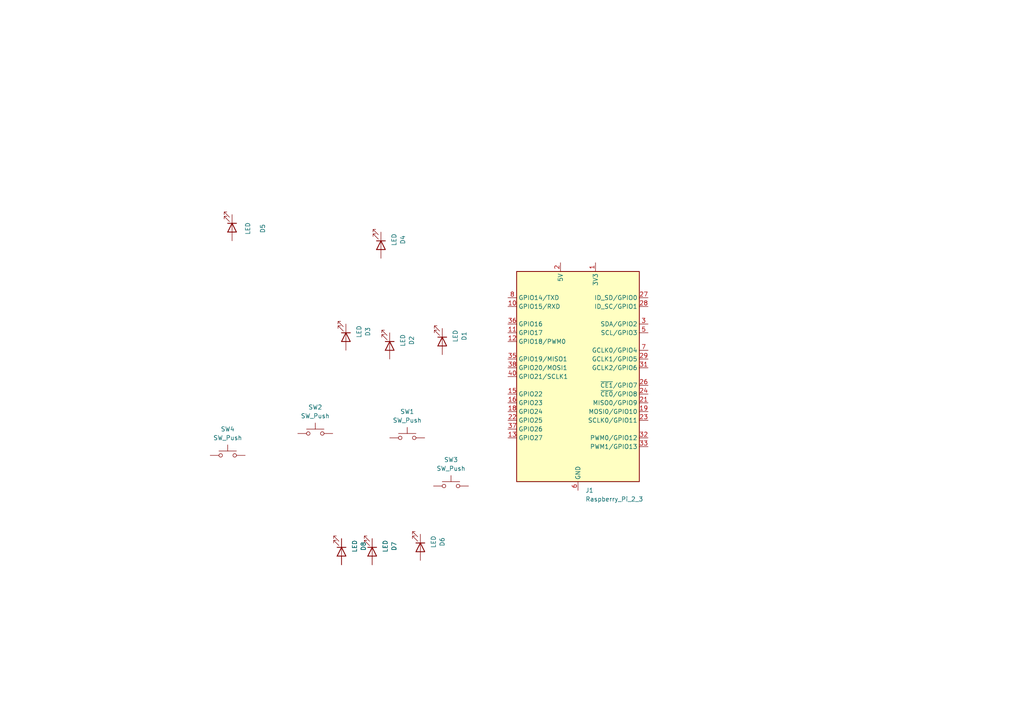
<source format=kicad_sch>
(kicad_sch (version 20250114) (generator "eeschema") (generator_version "9.0")
  (paper "A4")
  (title_block (title "LEDs and buttons PCB"))
  (lib_symbols
    (symbol "Connector:Raspberry_Pi_2_3"
      (property "Reference" "J" (at -17.78 31.75 0))
      (property "Value" "Raspberry_Pi_2_3" (at 10.16 -31.75 0))
      (symbol "Raspberry_Pi_2_3_0_1"
        (rectangle (start -17.78 30.48) (end 17.78 -30.48) (stroke (width 0.254)) (fill (type background)))
      )
      (symbol "Raspberry_Pi_2_3_1_1"
        (pin bidirectional line (at -20.32 22.86 0) (length 2.54) (name "GPIO14/TXD") (number "8"))
        (pin bidirectional line (at -20.32 20.32 0) (length 2.54) (name "GPIO15/RXD") (number "10"))
        (pin bidirectional line (at -20.32 15.24 0) (length 2.54) (name "GPIO16") (number "36"))
        (pin bidirectional line (at -20.32 12.7 0) (length 2.54) (name "GPIO17") (number "11"))
        (pin bidirectional line (at -20.32 10.16 0) (length 2.54) (name "GPIO18/PWM0") (number "12"))
        (pin bidirectional line (at -20.32 5.08 0) (length 2.54) (name "GPIO19/MISO1") (number "35"))
        (pin bidirectional line (at -20.32 2.54 0) (length 2.54) (name "GPIO20/MOSI1") (number "38"))
        (pin bidirectional line (at -20.32 0 0) (length 2.54) (name "GPIO21/SCLK1") (number "40"))
        (pin bidirectional line (at -20.32 -5.08 0) (length 2.54) (name "GPIO22") (number "15"))
        (pin bidirectional line (at -20.32 -7.62 0) (length 2.54) (name "GPIO23") (number "16"))
        (pin bidirectional line (at -20.32 -10.16 0) (length 2.54) (name "GPIO24") (number "18"))
        (pin bidirectional line (at -20.32 -12.7 0) (length 2.54) (name "GPIO25") (number "22"))
        (pin bidirectional line (at -20.32 -15.24 0) (length 2.54) (name "GPIO26") (number "37"))
        (pin bidirectional line (at -20.32 -17.78 0) (length 2.54) (name "GPIO27") (number "13"))
        (pin power_in line (at -5.08 33.02 270) (length 2.54) (name "5V") (number "2"))
        (pin passive line (at -5.08 33.02 270) (length 2.54) (hide yes) (name "5V") (number "4"))
        (pin passive line (at 0 -33.02 90) (length 2.54) (hide yes) (name "GND") (number "14"))
        (pin passive line (at 0 -33.02 90) (length 2.54) (hide yes) (name "GND") (number "20"))
        (pin passive line (at 0 -33.02 90) (length 2.54) (hide yes) (name "GND") (number "25"))
        (pin passive line (at 0 -33.02 90) (length 2.54) (hide yes) (name "GND") (number "30"))
        (pin passive line (at 0 -33.02 90) (length 2.54) (hide yes) (name "GND") (number "34"))
        (pin passive line (at 0 -33.02 90) (length 2.54) (hide yes) (name "GND") (number "39"))
        (pin power_in line (at 0 -33.02 90) (length 2.54) (name "GND") (number "6"))
        (pin passive line (at 0 -33.02 90) (length 2.54) (hide yes) (name "GND") (number "9"))
        (pin power_in line (at 5.08 33.02 270) (length 2.54) (name "3V3") (number "1"))
        (pin passive line (at 5.08 33.02 270) (length 2.54) (hide yes) (name "3V3") (number "17"))
        (pin bidirectional line (at 20.32 22.86 180) (length 2.54) (name "ID_SD/GPIO0") (number "27"))
        (pin bidirectional line (at 20.32 20.32 180) (length 2.54) (name "ID_SC/GPIO1") (number "28"))
        (pin bidirectional line (at 20.32 15.24 180) (length 2.54) (name "SDA/GPIO2") (number "3"))
        (pin bidirectional line (at 20.32 12.7 180) (length 2.54) (name "SCL/GPIO3") (number "5"))
        (pin bidirectional line (at 20.32 7.62 180) (length 2.54) (name "GCLK0/GPIO4") (number "7"))
        (pin bidirectional line (at 20.32 5.08 180) (length 2.54) (name "GCLK1/GPIO5") (number "29"))
        (pin bidirectional line (at 20.32 2.54 180) (length 2.54) (name "GCLK2/GPIO6") (number "31"))
        (pin bidirectional line (at 20.32 -2.54 180) (length 2.54) (name "~{CE1}/GPIO7") (number "26"))
        (pin bidirectional line (at 20.32 -5.08 180) (length 2.54) (name "~{CE0}/GPIO8") (number "24"))
        (pin bidirectional line (at 20.32 -7.62 180) (length 2.54) (name "MISO0/GPIO9") (number "21"))
        (pin bidirectional line (at 20.32 -10.16 180) (length 2.54) (name "MOSI0/GPIO10") (number "19"))
        (pin bidirectional line (at 20.32 -12.7 180) (length 2.54) (name "SCLK0/GPIO11") (number "23"))
        (pin bidirectional line (at 20.32 -17.78 180) (length 2.54) (name "PWM0/GPIO12") (number "32"))
        (pin bidirectional line (at 20.32 -20.32 180) (length 2.54) (name "PWM1/GPIO13") (number "33"))
      )
    )
    (symbol "Device:LED" (pin_numbers (hide yes)) (pin_names (offset 1.016) (hide yes))
      (property "Reference" "D" (at 0 2.54 0))
      (property "Value" "LED" (at 0 -2.54 0))
      (symbol "LED_0_1"
        (polyline (pts (xy -3.048 -0.762) (xy -4.572 -2.286) (xy -3.81 -2.286) (xy -4.572 -2.286) (xy -4.572 -1.524)))
        (polyline (pts (xy -1.778 -0.762) (xy -3.302 -2.286) (xy -2.54 -2.286) (xy -3.302 -2.286) (xy -3.302 -1.524)))
        (polyline (pts (xy -1.27 0) (xy 1.27 0)))
        (polyline (pts (xy -1.27 -1.27) (xy -1.27 1.27)) (stroke (width 0.254)))
        (polyline (pts (xy 1.27 -1.27) (xy 1.27 1.27) (xy -1.27 0) (xy 1.27 -1.27)) (stroke (width 0.254)))
      )
      (symbol "LED_1_1"
        (pin passive line (at -3.81 0 0) (length 2.54) (name "K") (number "1"))
        (pin passive line (at 3.81 0 180) (length 2.54) (name "A") (number "2"))
      )
    )
    (symbol "Switch:SW_Push" (pin_numbers (hide yes)) (pin_names (offset 1.016) (hide yes))
      (property "Reference" "SW" (at 1.27 2.54 0))
      (property "Value" "SW_Push" (at 0 -1.524 0))
      (symbol "SW_Push_0_1"
        (circle (center -2.032 0) (radius 0.508))
        (polyline (pts (xy 0 1.27) (xy 0 3.048)))
        (circle (center 2.032 0) (radius 0.508))
        (polyline (pts (xy 2.54 1.27) (xy -2.54 1.27)))
        (pin passive line (at -5.08 0 0) (length 2.54) (name "1") (number "1"))
        (pin passive line (at 5.08 0 180) (length 2.54) (name "2") (number "2"))
      )
    )
  )
  (symbol (lib_id "Switch:SW_Push") (at 130.81 140.97 0) (unit 1)
    (property "Reference" "SW3" (at 130.81 133.35 0))
    (property "Value" "SW_Push" (at 130.81 135.89 0))
    (property "Description" "Push button switch, generic, two pins" (effects (hide yes)))
  )
  (symbol (lib_id "Device:LED") (at 99.06 160.02 270) (unit 1)
    (property "Reference" "D8" (at 105.41 158.4325 0))
    (property "Value" "LED" (at 102.87 158.4325 0))
    (property "Description" "Light emitting diode" (effects (hide yes)))
    (property "Sim.Pins" "1=K 2=A" (effects (hide yes)))
  )
  (symbol (lib_id "Device:LED") (at 128.27 99.06 270) (unit 1)
    (property "Reference" "D1" (at 134.62 97.4725 0))
    (property "Value" "LED" (at 132.08 97.4725 0))
    (property "Description" "Light emitting diode" (effects (hide yes)))
    (property "Sim.Pins" "1=K 2=A" (effects (hide yes)))
  )
  (symbol (lib_id "Device:LED") (at 107.95 160.02 270) (unit 1)
    (property "Reference" "D7" (at 114.3 158.4325 0))
    (property "Value" "LED" (at 111.76 158.4325 0))
    (property "Description" "Light emitting diode" (effects (hide yes)))
    (property "Sim.Pins" "1=K 2=A" (effects (hide yes)))
  )
  (symbol (lib_id "Device:LED") (at 110.49 71.12 270) (unit 1)
    (property "Reference" "D4" (at 116.84 69.5325 0))
    (property "Value" "LED" (at 114.3 69.5325 0))
    (property "Description" "Light emitting diode" (effects (hide yes)))
    (property "Sim.Pins" "1=K 2=A" (effects (hide yes)))
  )
  (symbol (lib_id "Device:LED") (at 67.31 66.04 270) (unit 1)
    (property "Reference" "D5" (at 76.2 66.294 0))
    (property "Value" "LED" (at 71.882 66.294 0))
    (property "Description" "Light emitting diode" (effects (hide yes)))
    (property "Sim.Pins" "1=K 2=A" (effects (hide yes)))
  )
  (symbol (lib_id "Device:LED") (at 100.33 97.79 270) (unit 1)
    (property "Reference" "D3" (at 106.68 96.2025 0))
    (property "Value" "LED" (at 104.14 96.2025 0))
    (property "Description" "Light emitting diode" (effects (hide yes)))
    (property "Sim.Pins" "1=K 2=A" (effects (hide yes)))
  )
  (symbol (lib_id "Switch:SW_Push") (at 91.44 125.73 0) (unit 1)
    (property "Reference" "SW2" (at 91.44 118.11 0))
    (property "Value" "SW_Push" (at 91.44 120.65 0))
    (property "Description" "Push button switch, generic, two pins" (effects (hide yes)))
  )
  (symbol (lib_id "Connector:Raspberry_Pi_2_3") (at 167.64 109.22 0) (unit 1)
    (property "Reference" "J1" (at 169.7833 142.24 0) (effects (justify left)))
    (property "Value" "Raspberry_Pi_2_3" (at 169.7833 144.78 0) (effects (justify left)))
    (property "Datasheet" "https://www.raspberrypi.org/documentation/hardware/raspberrypi/schematics/rpi_SCH_3bplus_1p0_reduced.pdf" (effects (hide yes)))
    (property "Description" "expansion header for Raspberry Pi 2 & 3" (effects (hide yes)))
  )
  (symbol (lib_id "Switch:SW_Push") (at 118.11 127 0) (unit 1)
    (property "Reference" "SW1" (at 118.11 119.38 0))
    (property "Value" "SW_Push" (at 118.11 121.92 0))
    (property "Description" "Push button switch, generic, two pins" (effects (hide yes)))
  )
  (symbol (lib_id "Device:LED") (at 121.92 158.75 270) (unit 1)
    (property "Reference" "D6" (at 128.27 157.1625 0))
    (property "Value" "LED" (at 125.73 157.1625 0))
    (property "Description" "Light emitting diode" (effects (hide yes)))
    (property "Sim.Pins" "1=K 2=A" (effects (hide yes)))
  )
  (symbol (lib_id "Device:LED") (at 113.03 100.33 270) (unit 1)
    (property "Reference" "D2" (at 119.38 98.7425 0))
    (property "Value" "LED" (at 116.84 98.7425 0))
    (property "Description" "Light emitting diode" (effects (hide yes)))
    (property "Sim.Pins" "1=K 2=A" (effects (hide yes)))
  )
  (symbol (lib_id "Switch:SW_Push") (at 66.04 132.08 0) (unit 1)
    (property "Reference" "SW4" (at 66.04 124.46 0))
    (property "Value" "SW_Push" (at 66.04 127 0))
    (property "Description" "Push button switch, generic, two pins" (effects (hide yes)))
  )
)
</source>
